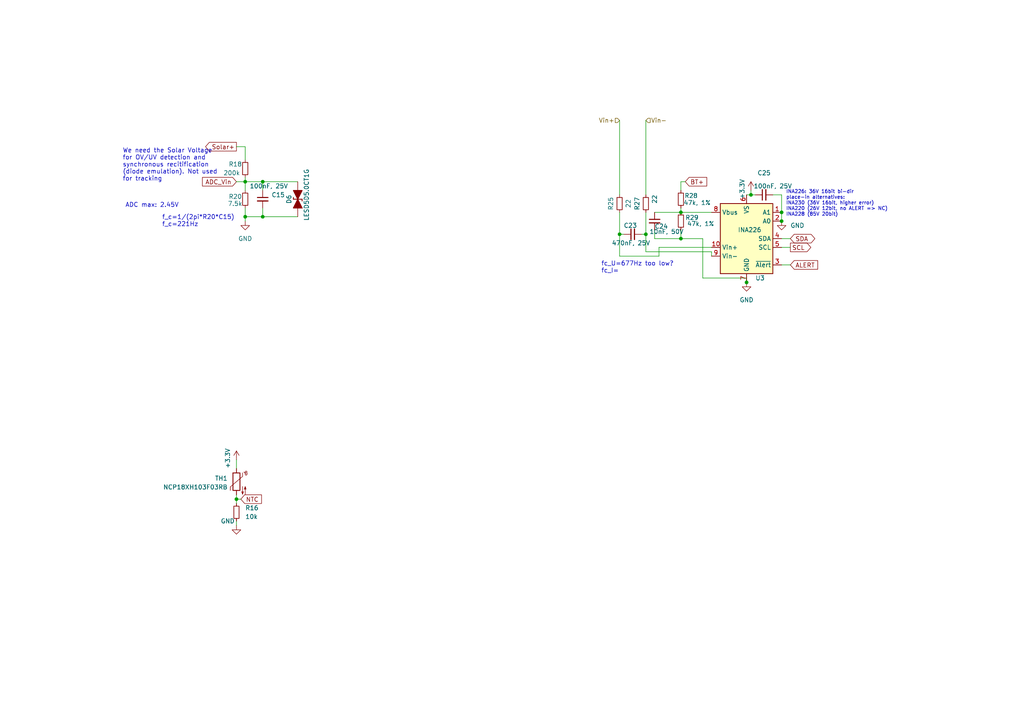
<source format=kicad_sch>
(kicad_sch (version 20231120) (generator "eeschema") (generator_version "8.0")
  (paper "A4")
  (lib_symbols
    (symbol "Device:C_Small" (pin_numbers hide) (pin_names (offset 0.254) hide)
      (property "Reference" "C" (at 0.254 1.778 0))
      (property "Value" "C_Small" (at 0.254 -2.032 0))
      (symbol "C_Small_0_1"
        (polyline (pts (xy -1.524 -0.508) (xy 1.524 -0.508)) (stroke (width 0.3302)))
        (polyline (pts (xy -1.524 0.508) (xy 1.524 0.508)) (stroke (width 0.3048)))
      )
      (symbol "C_Small_1_1"
        (pin passive line (at 0 2.54 270) (length 2.032) (name "~") (number "1"))
        (pin passive line (at 0 -2.54 90) (length 2.032) (name "~") (number "2"))
      )
    )
    (symbol "Device:R_Small" (pin_numbers hide) (pin_names (offset 0.254) hide)
      (property "Reference" "R" (at 0.762 0.508 0))
      (property "Value" "R_Small" (at 0.762 -1.016 0))
      (symbol "R_Small_0_1"
        (rectangle (start -0.762 1.778) (end 0.762 -1.778) (stroke (width 0.2032)))
      )
      (symbol "R_Small_1_1"
        (pin passive line (at 0 2.54 270) (length 0.762) (name "~") (number "1"))
        (pin passive line (at 0 -2.54 90) (length 0.762) (name "~") (number "2"))
      )
    )
    (symbol "Device:Thermistor_NTC" (pin_numbers hide) (pin_names (offset 0))
      (property "Reference" "TH" (at -4.445 0 90))
      (property "Value" "Thermistor_NTC" (at 3.175 0 90))
      (symbol "Thermistor_NTC_0_1"
        (arc (start -3.048 2.159) (mid -3.0495 2.3143) (end -3.175 2.413))
        (arc (start -3.048 2.159) (mid -2.9736 1.9794) (end -2.794 1.905))
        (arc (start -3.048 2.794) (mid -2.9736 2.6144) (end -2.794 2.54))
        (arc (start -2.794 1.905) (mid -2.6144 1.9794) (end -2.54 2.159))
        (arc (start -2.794 2.54) (mid -2.4393 2.5587) (end -2.159 2.794))
        (arc (start -2.794 3.048) (mid -2.9736 2.9736) (end -3.048 2.794))
        (arc (start -2.54 2.794) (mid -2.6144 2.9736) (end -2.794 3.048))
        (rectangle (start -1.016 2.54) (end 1.016 -2.54) (stroke (width 0.254)))
        (polyline (pts (xy -2.54 2.159) (xy -2.54 2.794)))
        (polyline (pts (xy -1.778 2.54) (xy -1.778 1.524) (xy 1.778 -1.524) (xy 1.778 -2.54)))
        (polyline (pts (xy -2.54 -3.683) (xy -2.54 -1.397) (xy -2.794 -2.159) (xy -2.286 -2.159) (xy -2.54 -1.397) (xy -2.54 -1.651)) (fill (type outline)))
        (polyline (pts (xy -1.778 -1.397) (xy -1.778 -3.683) (xy -2.032 -2.921) (xy -1.524 -2.921) (xy -1.778 -3.683) (xy -1.778 -3.429)) (fill (type outline)))
      )
      (symbol "Thermistor_NTC_1_1"
        (pin passive line (at 0 3.81 270) (length 1.27) (name "~") (number "1"))
        (pin passive line (at 0 -3.81 90) (length 1.27) (name "~") (number "2"))
      )
    )
    (symbol "PCM_Diode_TVS_AKL:D_TVS_Bidirectional_Generic" (pin_numbers hide) (pin_names (offset 1.016) hide)
      (property "Reference" "D" (at 0 5.08 0))
      (property "Value" "D_TVS_Bidirectional_Generic" (at 0 2.54 0))
      (symbol "D_TVS_Bidirectional_Generic_0_1"
        (polyline (pts (xy 0 -1.27) (xy -0.508 -1.27)) (stroke (width 0.254)))
        (polyline (pts (xy 0 1.27) (xy 0 -1.27)) (stroke (width 0.254)))
        (polyline (pts (xy 0 1.27) (xy 0.508 1.27)) (stroke (width 0.254)))
        (polyline (pts (xy 1.27 0) (xy -1.27 0)))
        (polyline (pts (xy 0 0) (xy -2.54 1.27) (xy -2.54 -1.27) (xy 0 0)) (stroke (width 0.254)) (fill (type outline)))
        (polyline (pts (xy 2.54 1.27) (xy 2.54 -1.27) (xy 0 0) (xy 2.54 1.27)) (stroke (width 0.254)) (fill (type outline)))
      )
      (symbol "D_TVS_Bidirectional_Generic_1_1"
        (pin passive line (at -5.08 0 0) (length 2.54) (name "K") (number "1"))
        (pin passive line (at 5.08 0 180) (length 2.54) (name "A") (number "2"))
      )
    )
    (symbol "Sensor_Energy:INA226"
      (property "Reference" "U" (at -6.35 11.43 0))
      (property "Value" "INA226" (at 3.81 11.43 0))
      (symbol "INA226_0_1"
        (rectangle (start 7.62 10.16) (end -7.62 -10.16) (stroke (width 0.254)) (fill (type background)))
      )
      (symbol "INA226_1_1"
        (pin input line (at 10.16 7.62 180) (length 2.54) (name "A1") (number "1"))
        (pin input line (at -10.16 -2.54 0) (length 2.54) (name "Vin+") (number "10"))
        (pin input line (at 10.16 5.08 180) (length 2.54) (name "A0") (number "2"))
        (pin open_collector line (at 10.16 -7.62 180) (length 2.54) (name "~{Alert}") (number "3"))
        (pin bidirectional line (at 10.16 0 180) (length 2.54) (name "SDA") (number "4"))
        (pin input line (at 10.16 -2.54 180) (length 2.54) (name "SCL") (number "5"))
        (pin power_in line (at 0 12.7 270) (length 2.54) (name "VS") (number "6"))
        (pin power_in line (at 0 -12.7 90) (length 2.54) (name "GND") (number "7"))
        (pin input line (at -10.16 7.62 0) (length 2.54) (name "Vbus") (number "8"))
        (pin input line (at -10.16 -5.08 0) (length 2.54) (name "Vin-") (number "9"))
      )
    )
    (symbol "power:+3.3V" (power) (pin_names (offset 0))
      (property "Value" "+3.3V" (at 0 3.556 0))
      (symbol "+3.3V_0_1"
        (polyline (pts (xy -0.762 1.27) (xy 0 2.54)))
        (polyline (pts (xy 0 0) (xy 0 2.54)))
        (polyline (pts (xy 0 2.54) (xy 0.762 1.27)))
      )
      (symbol "+3.3V_1_1"
        (pin power_in line (at 0 0 90) (length 0) hide (name "+3.3V") (number "1"))
      )
    )
    (symbol "power:GND" (power) (pin_names (offset 0))
      (property "Value" "GND" (at 0 -3.81 0))
      (symbol "GND_0_1"
        (polyline (pts (xy 0 0) (xy 0 -1.27) (xy 1.27 -1.27) (xy 0 -2.54) (xy -1.27 -1.27) (xy 0 -1.27)))
      )
      (symbol "GND_1_1"
        (pin power_in line (at 0 0 270) (length 0) hide (name "GND") (number "1"))
      )
    )
  )
  (junction (at 226.695 61.595))
  (junction (at 216.535 81.915))
  (junction (at 71.12 52.705))
  (junction (at 68.58 144.78))
  (junction (at 71.12 62.865))
  (junction (at 76.2 62.865))
  (junction (at 179.705 67.945))
  (junction (at 187.325 67.945))
  (junction (at 217.805 56.515))
  (junction (at 76.2 52.705))
  (junction (at 197.485 61.595))
  (junction (at 197.485 69.215))
  (junction (at 226.695 64.135))
  (wire (pts (xy 76.2 52.705) (xy 76.2 55.245)))
  (wire (pts (xy 68.58 133.35) (xy 68.58 135.89)))
  (wire (pts (xy 179.705 67.945) (xy 179.705 74.295)))
  (wire (pts (xy 186.055 67.945) (xy 187.325 67.945)))
  (wire (pts (xy 197.485 66.675) (xy 197.485 69.215)))
  (wire (pts (xy 179.705 74.295) (xy 191.135 74.295)))
  (wire (pts (xy 203.835 69.215) (xy 203.835 80.645)))
  (wire (pts (xy 189.865 61.595) (xy 197.485 61.595)))
  (wire (pts (xy 197.485 60.325) (xy 197.485 61.595)))
  (wire (pts (xy 224.155 56.515) (xy 226.695 56.515)))
  (wire (pts (xy 206.375 71.755) (xy 191.135 71.755)))
  (wire (pts (xy 226.695 69.215) (xy 229.235 69.215)))
  (wire (pts (xy 68.58 151.13) (xy 68.58 152.4)))
  (wire (pts (xy 179.705 34.925) (xy 179.705 56.515)))
  (wire (pts (xy 197.485 52.705) (xy 197.485 55.245)))
  (wire (pts (xy 71.12 62.865) (xy 76.2 62.865)))
  (wire (pts (xy 76.2 62.865) (xy 86.36 62.865)))
  (wire (pts (xy 76.2 52.705) (xy 86.36 52.705)))
  (wire (pts (xy 216.535 56.515) (xy 217.805 56.515)))
  (wire (pts (xy 71.12 51.435) (xy 71.12 52.705)))
  (wire (pts (xy 179.705 67.945) (xy 180.975 67.945)))
  (wire (pts (xy 71.12 52.705) (xy 76.2 52.705)))
  (wire (pts (xy 226.695 71.755) (xy 229.235 71.755)))
  (wire (pts (xy 179.705 61.595) (xy 179.705 67.945)))
  (wire (pts (xy 68.58 143.51) (xy 68.58 144.78)))
  (wire (pts (xy 216.535 80.645) (xy 216.535 81.915)))
  (wire (pts (xy 187.325 61.595) (xy 187.325 67.945)))
  (wire (pts (xy 68.58 144.78) (xy 69.85 144.78)))
  (wire (pts (xy 71.12 62.865) (xy 71.12 60.325)))
  (wire (pts (xy 71.12 52.705) (xy 71.12 55.245)))
  (wire (pts (xy 217.805 55.245) (xy 217.805 56.515)))
  (wire (pts (xy 189.865 66.675) (xy 189.865 69.215)))
  (wire (pts (xy 71.12 62.865) (xy 71.12 64.135)))
  (wire (pts (xy 71.12 42.545) (xy 71.12 46.355)))
  (wire (pts (xy 189.865 69.215) (xy 197.485 69.215)))
  (wire (pts (xy 203.835 80.645) (xy 216.535 80.645)))
  (wire (pts (xy 203.835 69.215) (xy 197.485 69.215)))
  (wire (pts (xy 191.135 71.755) (xy 191.135 74.295)))
  (wire (pts (xy 197.485 61.595) (xy 206.375 61.595)))
  (wire (pts (xy 187.325 34.925) (xy 187.325 56.515)))
  (wire (pts (xy 76.2 62.865) (xy 76.2 60.325)))
  (wire (pts (xy 68.58 42.545) (xy 71.12 42.545)))
  (wire (pts (xy 226.695 76.835) (xy 229.235 76.835)))
  (wire (pts (xy 187.325 73.025) (xy 206.375 73.025)))
  (wire (pts (xy 217.805 56.515) (xy 219.075 56.515)))
  (wire (pts (xy 197.485 52.705) (xy 198.755 52.705)))
  (wire (pts (xy 226.695 56.515) (xy 226.695 61.595)))
  (wire (pts (xy 68.58 52.705) (xy 71.12 52.705)))
  (wire (pts (xy 187.325 67.945) (xy 187.325 73.025)))
  (wire (pts (xy 68.58 144.78) (xy 68.58 146.05)))
  (wire (pts (xy 226.695 61.595) (xy 226.695 64.135)))
  (wire (pts (xy 206.375 73.025) (xy 206.375 74.295)))
  (text "f_c=1/(2pi*R20*C15)\nf_c=221Hz" (at 46.99 65.913 0) (effects (font (size 1.27 1.27)) (justify left bottom)))
  (text "fc_U=677Hz too low?\nfc_I=" (at 174.371 79.375 0) (effects (font (size 1.27 1.27)) (justify left bottom)))
  (text "INA226: 36V 16bit bi-dir\nplace-in alternatives:\nINA230 (36V 16bit, higher error)\nINA220 (26V 12bit, no ALERT => NC)\nINA228 (85V 20bit)\n" (at 227.965 62.865 0) (effects (font (size 1.016 1.016)) (justify left bottom)))
  (text "We need the Solar Voltage\nfor OV/UV detection and\nsynchronous recitification\n(diode emulation). Not used\nfor tracking" (at 35.56 52.705 0) (effects (font (size 1.27 1.27)) (justify left bottom)))
  (text "ADC max: 2.45V " (at 36.322 60.325 0) (effects (font (size 1.27 1.27)) (justify left bottom)))
  (global_label "Solar+" (shape output) (at 68.58 42.545 180) (property "Intersheetrefs" "${INTERSHEET_REFS}" (effects (hide yes))))
  (global_label "ADC_Vin" (shape input) (at 68.58 52.705 180) (property "Intersheetrefs" "${INTERSHEET_REFS}" (effects (hide yes))))
  (global_label "SDA" (shape bidirectional) (at 229.235 69.215 0) (property "Intersheetrefs" "${INTERSHEET_REFS}" (effects (hide yes))))
  (global_label "BT+" (shape input) (at 198.755 52.705 0) (property "Intersheetrefs" "${INTERSHEET_REFS}" (effects (hide yes))))
  (global_label "ALERT" (shape input) (at 229.235 76.835 0) (property "Intersheetrefs" "${INTERSHEET_REFS}" (effects (hide yes))))
  (global_label "NTC" (shape input) (at 69.85 144.78 0) (property "Intersheetrefs" "${INTERSHEET_REFS}" (effects (hide yes))))
  (global_label "SCL" (shape output) (at 229.235 71.755 0) (property "Intersheetrefs" "${INTERSHEET_REFS}" (effects (hide yes))))
  (hierarchical_label "Vin+" (shape input) (at 179.705 34.925 180))
  (hierarchical_label "Vin-" (shape input) (at 187.325 34.925 0))
  (symbol (lib_id "Device:C_Small") (at 183.515 67.945 90) (unit 1)
    (property "Reference" "C23" (at 184.785 65.405 90) (effects (justify left)))
    (property "Value" "470nF, 25V" (at 188.595 70.485 90) (effects (justify left)))
    (property "Footprint" "Capacitor_SMD:C_0805_2012Metric" (effects (hide yes)))
    (property "MPN" "470nF, 25V" (effects (hide yes)))
    (property "Desc" "CS_Filt" (effects (hide yes)))
  )
  (symbol (lib_id "Device:R_Small") (at 197.485 57.785 180) (unit 1)
    (property "Reference" "R28" (at 198.501 56.769 0) (effects (justify right)))
    (property "Value" "47k, 1%" (at 198.247 58.801 0) (effects (justify right)))
    (property "Footprint" "Resistor_SMD:R_0805_2012Metric" (effects (hide yes)))
    (property "MPN" "47k 1%" (effects (hide yes)))
  )
  (symbol (lib_id "Device:R_Small") (at 68.58 148.59 180) (unit 1)
    (property "Reference" "R16" (at 71.12 147.32 0) (effects (justify right)))
    (property "Value" "10k" (at 71.12 149.86 0) (effects (justify right)))
    (property "Footprint" "Resistor_SMD:R_0805_2012Metric" (effects (hide yes)))
    (property "MPN" "10k" (effects (hide yes)))
  )
  (symbol (lib_id "Sensor_Energy:INA226") (at 216.535 69.215 0) (unit 1)
    (property "Reference" "U3" (at 219.075 80.645 0) (effects (justify left)))
    (property "Value" "INA226" (at 213.995 66.675 0) (effects (justify left)))
    (property "Footprint" "Package_SO:VSSOP-10_3x3mm_P0.5mm" (effects (hide yes)))
    (property "Datasheet" "http://www.ti.com/lit/ds/symlink/ina226.pdf" (effects (hide yes)))
    (property "MPN" "INA226AIDGSR" (effects (hide yes)))
  )
  (symbol (lib_id "Device:C_Small") (at 221.615 56.515 90) (unit 1)
    (property "Reference" "C25" (at 221.6213 50.165 90))
    (property "Value" "100nF, 25V" (at 224.155 53.975 90))
    (property "Footprint" "Capacitor_SMD:C_0805_2012Metric" (effects (hide yes)))
    (property "Datasheet" "CL21F104ZBCNNNC" (effects (hide yes)))
    (property "MPN" "100nF, 25V" (effects (hide yes)))
    (property "Desc" "bypass" (effects (hide yes)))
  )
  (symbol (lib_id "power:GND") (at 216.535 81.915 0) (unit 1)
    (property "Reference" "#PWR01" (effects (hide yes)))
    (property "Value" "GND" (at 216.535 86.995 0))
  )
  (symbol (lib_id "Device:C_Small") (at 76.2 57.785 0) (unit 1)
    (property "Reference" "C15" (at 78.74 56.5213 0) (effects (justify left)))
    (property "Value" "100nF, 25V" (at 72.39 53.975 0) (effects (justify left)))
    (property "Footprint" "Capacitor_SMD:C_0805_2012Metric" (effects (hide yes)))
    (property "MPN" "100nF, 25V" (effects (hide yes)))
    (property "Desc" "VS_Filt" (effects (hide yes)))
  )
  (symbol (lib_id "power:GND") (at 226.695 64.135 0) (unit 1)
    (property "Reference" "#PWR023" (effects (hide yes)))
    (property "Value" "GND" (at 229.235 65.405 0) (effects (justify left)))
  )
  (symbol (lib_id "Device:Thermistor_NTC") (at 68.58 139.7 0) (mirror y) (unit 1)
    (property "Reference" "TH1" (at 66.04 138.7475 0) (effects (justify left)))
    (property "Value" "NCP18XH103F03RB" (at 66.04 141.2875 0) (effects (justify left)))
    (property "Footprint" "Resistor_SMD:R_0603_1608Metric_Pad0.98x0.95mm_HandSolder" (effects (hide yes)))
    (property "MPN" "NCP18XH103F03RB" (effects (hide yes)))
    (property "Desc" "NTC" (effects (hide yes)))
    (property "Digikey" "NCP18XH103F03RB" (effects (hide yes)))
    (property "LCSC" "NCP18XH103F03RB" (effects (hide yes)))
  )
  (symbol (lib_id "power:GND") (at 68.58 152.4 0) (unit 1)
    (property "Reference" "#PWR017" (effects (hide yes)))
    (property "Value" "GND" (at 66.04 151.13 0))
  )
  (symbol (lib_id "power:+3.3V") (at 217.805 55.245 0) (unit 1)
    (property "Reference" "#PWR07" (effects (hide yes)))
    (property "Value" "+3.3V" (at 215.265 57.785 90) (effects (justify left)))
  )
  (symbol (lib_id "Device:C_Small") (at 189.865 64.135 0) (unit 1)
    (property "Reference" "C24" (at 189.865 65.659 0) (effects (justify left)))
    (property "Value" "10nF, 50V" (at 188.341 67.183 0) (effects (justify left)))
    (property "Footprint" "Capacitor_SMD:C_0805_2012Metric" (effects (hide yes)))
    (property "MPN" "10nF, 50V" (effects (hide yes)))
    (property "Desc" "VS_Filt" (effects (hide yes)))
  )
  (symbol (lib_id "PCM_Diode_TVS_AKL:D_TVS_Bidirectional_Generic") (at 86.36 57.785 270) (unit 1)
    (property "Reference" "D6" (at 83.82 57.785 0))
    (property "Value" "LESD5D5.0CT1G" (at 88.9 56.515 0))
    (property "Footprint" "Diode_SMD:D_SOD-523" (effects (hide yes)))
    (property "Desc" "USB" (effects (hide yes)))
    (property "MPN" "LESD5D5.0CT1G" (effects (hide yes)))
  )
  (symbol (lib_id "Device:R_Small") (at 179.705 59.055 180) (unit 1)
    (property "Reference" "R25" (at 177.165 59.055 90))
    (property "Value" "22" (at 182.245 59.055 90))
    (property "Footprint" "Resistor_SMD:R_0805_2012Metric" (effects (hide yes)))
    (property "MPN" "22" (effects (hide yes)))
    (property "Desc" "CS_FILT" (effects (hide yes)))
  )
  (symbol (lib_id "Device:R_Small") (at 197.485 64.135 180) (unit 1)
    (property "Reference" "R29" (at 198.755 63.119 0) (effects (justify right)))
    (property "Value" "47k, 1%" (at 199.263 64.897 0) (effects (justify right)))
    (property "Footprint" "Resistor_SMD:R_0805_2012Metric" (effects (hide yes)))
    (property "MPN" "47k 1%" (effects (hide yes)))
  )
  (symbol (lib_id "Device:R_Small") (at 187.325 59.055 180) (unit 1)
    (property "Reference" "R27" (at 184.785 59.055 90))
    (property "Value" "22" (at 189.865 57.785 90))
    (property "Footprint" "Resistor_SMD:R_0805_2012Metric" (effects (hide yes)))
    (property "MPN" "22" (effects (hide yes)))
    (property "Desc" "CS_FILT" (effects (hide yes)))
  )
  (symbol (lib_id "Device:R_Small") (at 71.12 57.785 180) (unit 1)
    (property "Reference" "R20" (at 66.294 57.023 0) (effects (justify right)))
    (property "Value" "7.5k" (at 66.04 59.055 0) (effects (justify right)))
    (property "Footprint" "Resistor_SMD:R_0805_2012Metric" (effects (hide yes)))
    (property "MPN" "7.5k" (effects (hide yes)))
  )
  (symbol (lib_id "power:+3.3V") (at 68.58 133.35 0) (unit 1)
    (property "Reference" "#PWR016" (effects (hide yes)))
    (property "Value" "+3.3V" (at 66.04 135.89 90) (effects (justify left)))
  )
  (symbol (lib_id "Device:R_Small") (at 71.12 48.895 180) (unit 1)
    (property "Reference" "R18" (at 66.294 47.625 0) (effects (justify right)))
    (property "Value" "200k" (at 64.77 50.165 0) (effects (justify right)))
    (property "Footprint" "Resistor_SMD:R_0805_2012Metric" (effects (hide yes)))
    (property "MPN" "200k" (effects (hide yes)))
    (property "Desc" "ADC" (effects (hide yes)))
  )
  (symbol (lib_id "power:GND") (at 71.12 64.135 0) (unit 1)
    (property "Reference" "#PWR04" (effects (hide yes)))
    (property "Value" "GND" (at 71.12 69.215 0))
  )
)
</source>
